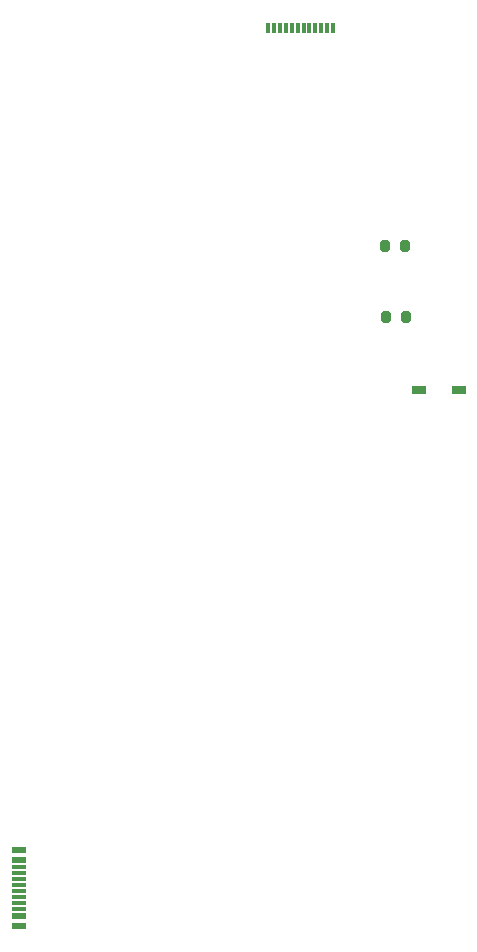
<source format=gtp>
%TF.GenerationSoftware,KiCad,Pcbnew,7.0.1*%
%TF.CreationDate,2023-04-12T17:14:02-06:00*%
%TF.ProjectId,OF1 v1,4f463120-7631-42e6-9b69-6361645f7063,rev?*%
%TF.SameCoordinates,Original*%
%TF.FileFunction,Paste,Top*%
%TF.FilePolarity,Positive*%
%FSLAX46Y46*%
G04 Gerber Fmt 4.6, Leading zero omitted, Abs format (unit mm)*
G04 Created by KiCad (PCBNEW 7.0.1) date 2023-04-12 17:14:02*
%MOMM*%
%LPD*%
G01*
G04 APERTURE LIST*
G04 Aperture macros list*
%AMRoundRect*
0 Rectangle with rounded corners*
0 $1 Rounding radius*
0 $2 $3 $4 $5 $6 $7 $8 $9 X,Y pos of 4 corners*
0 Add a 4 corners polygon primitive as box body*
4,1,4,$2,$3,$4,$5,$6,$7,$8,$9,$2,$3,0*
0 Add four circle primitives for the rounded corners*
1,1,$1+$1,$2,$3*
1,1,$1+$1,$4,$5*
1,1,$1+$1,$6,$7*
1,1,$1+$1,$8,$9*
0 Add four rect primitives between the rounded corners*
20,1,$1+$1,$2,$3,$4,$5,0*
20,1,$1+$1,$4,$5,$6,$7,0*
20,1,$1+$1,$6,$7,$8,$9,0*
20,1,$1+$1,$8,$9,$2,$3,0*%
G04 Aperture macros list end*
%ADD10R,1.210000X0.730000*%
%ADD11RoundRect,0.200000X-0.200000X-0.275000X0.200000X-0.275000X0.200000X0.275000X-0.200000X0.275000X0*%
%ADD12R,0.300000X0.900000*%
%ADD13R,1.240000X0.600000*%
%ADD14R,1.240000X0.300000*%
G04 APERTURE END LIST*
D10*
%TO.C,D2*%
X157610214Y-65844142D03*
X160970214Y-65844142D03*
%TD*%
D11*
%TO.C,R2*%
X154751379Y-53595091D03*
X156401379Y-53595091D03*
%TD*%
D12*
%TO.C,J2*%
X150318981Y-35153600D03*
X149818981Y-35153600D03*
X149318981Y-35153600D03*
X148818981Y-35153600D03*
X148318981Y-35153600D03*
X147818981Y-35153600D03*
X147318981Y-35153600D03*
X146818981Y-35153600D03*
X146318981Y-35153600D03*
X145818981Y-35153600D03*
X145318981Y-35153600D03*
X144818981Y-35153600D03*
%TD*%
D11*
%TO.C,R4*%
X154825956Y-59663792D03*
X156475956Y-59663792D03*
%TD*%
D13*
%TO.C,J5*%
X123699393Y-104771075D03*
X123699393Y-105571075D03*
D14*
X123699393Y-106721075D03*
X123699393Y-107721075D03*
X123699393Y-108221075D03*
X123699393Y-109221075D03*
D13*
X123699393Y-111171075D03*
X123699393Y-110371075D03*
D14*
X123699393Y-109721075D03*
X123699393Y-108721075D03*
X123699393Y-107221075D03*
X123699393Y-106221075D03*
%TD*%
M02*

</source>
